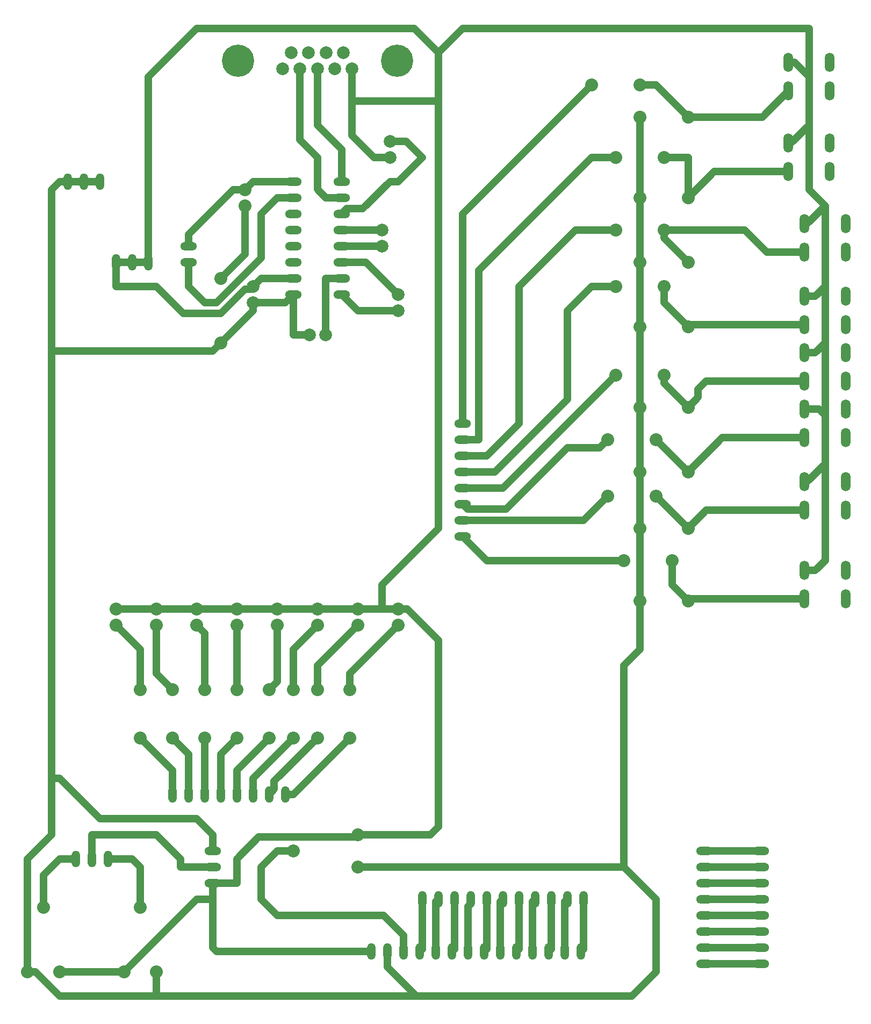
<source format=gbl>
G04 #@! TF.GenerationSoftware,KiCad,Pcbnew,(5.1.6)-1*
G04 #@! TF.CreationDate,2020-09-06T18:37:01-05:00*
G04 #@! TF.ProjectId,Minimum card system,4d696e69-6d75-46d2-9063-617264207379,rev?*
G04 #@! TF.SameCoordinates,Original*
G04 #@! TF.FileFunction,Copper,L2,Bot*
G04 #@! TF.FilePolarity,Positive*
%FSLAX46Y46*%
G04 Gerber Fmt 4.6, Leading zero omitted, Abs format (unit mm)*
G04 Created by KiCad (PCBNEW (5.1.6)-1) date 2020-09-06 18:37:01*
%MOMM*%
%LPD*%
G01*
G04 APERTURE LIST*
G04 #@! TA.AperFunction,ComponentPad*
%ADD10C,2.032000*%
G04 #@! TD*
G04 #@! TA.AperFunction,ComponentPad*
%ADD11C,5.080000*%
G04 #@! TD*
G04 #@! TA.AperFunction,ComponentPad*
%ADD12C,1.998980*%
G04 #@! TD*
G04 #@! TA.AperFunction,ComponentPad*
%ADD13O,2.641600X1.320800*%
G04 #@! TD*
G04 #@! TA.AperFunction,ComponentPad*
%ADD14O,1.506220X3.014980*%
G04 #@! TD*
G04 #@! TA.AperFunction,ComponentPad*
%ADD15O,1.320800X2.641600*%
G04 #@! TD*
G04 #@! TA.AperFunction,Conductor*
%ADD16C,1.200000*%
G04 #@! TD*
G04 APERTURE END LIST*
D10*
X130810000Y-50800000D03*
X138430000Y-50800000D03*
D11*
X100152200Y-46990000D03*
X75107800Y-46990000D03*
D12*
X91744800Y-45720000D03*
X89001600Y-45720000D03*
X86258400Y-45720000D03*
X83515200Y-45720000D03*
X93116400Y-48260000D03*
X90373200Y-48260000D03*
X87630000Y-48260000D03*
X84886800Y-48260000D03*
X82143600Y-48260000D03*
D13*
X83820000Y-83820000D03*
X83820000Y-81280000D03*
X83820000Y-78740000D03*
X83820000Y-76200000D03*
X83820000Y-73660000D03*
X83820000Y-71120000D03*
X83820000Y-68580000D03*
X83820000Y-66040000D03*
X91440000Y-66040000D03*
X91440000Y-68580000D03*
X91440000Y-71120000D03*
X91440000Y-73660000D03*
X91440000Y-76200000D03*
X91440000Y-78740000D03*
X91440000Y-81280000D03*
X91440000Y-83820000D03*
X71120000Y-176530000D03*
X71120000Y-173990000D03*
X71120000Y-171450000D03*
D14*
X168348660Y-51777900D03*
X161851340Y-51777900D03*
X168348660Y-47282100D03*
X161851340Y-47282100D03*
X168348660Y-64477900D03*
X161851340Y-64477900D03*
X168348660Y-59982100D03*
X161851340Y-59982100D03*
X170888660Y-77177900D03*
X164391340Y-77177900D03*
X170888660Y-72682100D03*
X164391340Y-72682100D03*
X170888660Y-88607900D03*
X164391340Y-88607900D03*
X170888660Y-84112100D03*
X164391340Y-84112100D03*
X170888660Y-97497900D03*
X164391340Y-97497900D03*
X170888660Y-93002100D03*
X164391340Y-93002100D03*
X170888660Y-106387900D03*
X164391340Y-106387900D03*
X170888660Y-101892100D03*
X164391340Y-101892100D03*
X170888660Y-117817900D03*
X164391340Y-117817900D03*
X170888660Y-113322100D03*
X164391340Y-113322100D03*
X170888660Y-131787900D03*
X164391340Y-131787900D03*
X170888660Y-127292100D03*
X164391340Y-127292100D03*
D10*
X62230000Y-190500000D03*
X59690000Y-180340000D03*
X57150000Y-190500000D03*
X46990000Y-190500000D03*
X44450000Y-180340000D03*
X41910000Y-190500000D03*
X93980000Y-168910000D03*
X83820000Y-171450000D03*
X93980000Y-173990000D03*
X72390000Y-81280000D03*
X72390000Y-91440000D03*
X146050000Y-55880000D03*
X138430000Y-55880000D03*
X146050000Y-68580000D03*
X138430000Y-68580000D03*
X146050000Y-78740000D03*
X138430000Y-78740000D03*
X146050000Y-88900000D03*
X138430000Y-88900000D03*
X146050000Y-101600000D03*
X138430000Y-101600000D03*
X146050000Y-111760000D03*
X138430000Y-111760000D03*
X146050000Y-120650000D03*
X138430000Y-120650000D03*
X146050000Y-132080000D03*
X138430000Y-132080000D03*
X134620000Y-62230000D03*
X142240000Y-62230000D03*
X134620000Y-73660000D03*
X142240000Y-73660000D03*
X134620000Y-82550000D03*
X142240000Y-82550000D03*
X134620000Y-96520000D03*
X142240000Y-96520000D03*
X133350000Y-106680000D03*
X140970000Y-106680000D03*
X133350000Y-115570000D03*
X140970000Y-115570000D03*
X135890000Y-125730000D03*
X143510000Y-125730000D03*
X92710000Y-153670000D03*
X92710000Y-146050000D03*
X87630000Y-153670000D03*
X87630000Y-146050000D03*
X83820000Y-153670000D03*
X83820000Y-146050000D03*
X80010000Y-153670000D03*
X80010000Y-146050000D03*
X74930000Y-153670000D03*
X74930000Y-146050000D03*
X69850000Y-153670000D03*
X69850000Y-146050000D03*
X64770000Y-153670000D03*
X64770000Y-146050000D03*
X59690000Y-153670000D03*
X59690000Y-146050000D03*
D13*
X67310000Y-76200000D03*
X67310000Y-78740000D03*
X110490000Y-104140000D03*
X110490000Y-106680000D03*
X110490000Y-109220000D03*
X110490000Y-111760000D03*
X110490000Y-114300000D03*
X110490000Y-116840000D03*
X110490000Y-119380000D03*
X110490000Y-121920000D03*
D15*
X82550000Y-162560000D03*
X80010000Y-162560000D03*
X77470000Y-162560000D03*
X74930000Y-162560000D03*
X72390000Y-162560000D03*
X69850000Y-162560000D03*
X67310000Y-162560000D03*
X64770000Y-162560000D03*
X54610000Y-172720000D03*
X52070000Y-172720000D03*
X49530000Y-172720000D03*
X129540000Y-179070000D03*
X127000000Y-179070000D03*
X124460000Y-179070000D03*
X121920000Y-179070000D03*
X119380000Y-179070000D03*
X116840000Y-179070000D03*
X114300000Y-179070000D03*
X111760000Y-179070000D03*
X109220000Y-179070000D03*
X106680000Y-179070000D03*
X104140000Y-179070000D03*
D13*
X157480000Y-189230000D03*
X157480000Y-186690000D03*
X157480000Y-184150000D03*
X157480000Y-181610000D03*
X157480000Y-179070000D03*
X157480000Y-176530000D03*
X157480000Y-173990000D03*
X157480000Y-171450000D03*
X148590000Y-189230000D03*
X148590000Y-186690000D03*
X148590000Y-184150000D03*
X148590000Y-181610000D03*
X148590000Y-179070000D03*
X148590000Y-176530000D03*
X148590000Y-173990000D03*
X148590000Y-171450000D03*
D15*
X129190000Y-187290000D03*
X126650000Y-187290000D03*
X124110000Y-187290000D03*
X121570000Y-187290000D03*
X119030000Y-187290000D03*
X116490000Y-187290000D03*
X113950000Y-187290000D03*
X111410000Y-187290000D03*
X108870000Y-187290000D03*
X106330000Y-187290000D03*
X103790000Y-187290000D03*
X101250000Y-187290000D03*
X98710000Y-187290000D03*
X96170000Y-187290000D03*
X55880000Y-78740000D03*
X58420000Y-78740000D03*
X60960000Y-78740000D03*
X53340000Y-66040000D03*
X50800000Y-66040000D03*
X48260000Y-66040000D03*
D10*
X76200000Y-69850000D03*
X76200000Y-67310000D03*
X100330000Y-135890000D03*
X100330000Y-133350000D03*
X93980000Y-135890000D03*
X93980000Y-133350000D03*
X87630000Y-135890000D03*
X87630000Y-133350000D03*
X81280000Y-135890000D03*
X81280000Y-133350000D03*
X74930000Y-135890000D03*
X74930000Y-133350000D03*
X68580000Y-135890000D03*
X68580000Y-133350000D03*
X62230000Y-135890000D03*
X62230000Y-133350000D03*
X55880000Y-135890000D03*
X55880000Y-133350000D03*
D12*
X77470000Y-85090000D03*
X77470000Y-82550000D03*
X99060000Y-59690000D03*
X99060000Y-62230000D03*
X88900000Y-90170000D03*
X86360000Y-90170000D03*
X97790000Y-76200000D03*
X97790000Y-73660000D03*
X100330000Y-86360000D03*
X100330000Y-83820000D03*
D16*
X93980000Y-86360000D02*
X91440000Y-83820000D01*
X100330000Y-86360000D02*
X93980000Y-86360000D01*
X95250000Y-78740000D02*
X100330000Y-83820000D01*
X91440000Y-78740000D02*
X95250000Y-78740000D01*
X91440000Y-76200000D02*
X97790000Y-76200000D01*
X91440000Y-73660000D02*
X97790000Y-73660000D01*
X91440000Y-81280000D02*
X88900000Y-81280000D01*
X88900000Y-81280000D02*
X88900000Y-90170000D01*
X86360000Y-90170000D02*
X83820000Y-90170000D01*
X83820000Y-90170000D02*
X83820000Y-83820000D01*
X82550000Y-85090000D02*
X77470000Y-85090000D01*
X83820000Y-83820000D02*
X82550000Y-85090000D01*
X77470000Y-86360000D02*
X72390000Y-91440000D01*
X77470000Y-85090000D02*
X77470000Y-86360000D01*
X138430000Y-55880000D02*
X138430000Y-68580000D01*
X138430000Y-68580000D02*
X138430000Y-78740000D01*
X138430000Y-78740000D02*
X138430000Y-88900000D01*
X138430000Y-100330000D02*
X138430000Y-88900000D01*
X138430000Y-111760000D02*
X138430000Y-101600000D01*
X138430000Y-111760000D02*
X138430000Y-132080000D01*
X93980000Y-173990000D02*
X135890000Y-173990000D01*
X135890000Y-173990000D02*
X140970000Y-179070000D01*
X140970000Y-179070000D02*
X140970000Y-190500000D01*
X140970000Y-190500000D02*
X137160000Y-194310000D01*
X98710000Y-189810800D02*
X98710000Y-187290000D01*
X103209200Y-194310000D02*
X98710000Y-189810800D01*
X137160000Y-194310000D02*
X103209200Y-194310000D01*
X43180000Y-190500000D02*
X41910000Y-190500000D01*
X46990000Y-194310000D02*
X43180000Y-190500000D01*
X48260000Y-66040000D02*
X46990000Y-66040000D01*
X46990000Y-66040000D02*
X45720000Y-67310000D01*
X41910000Y-172720000D02*
X41910000Y-190500000D01*
X45720000Y-168910000D02*
X41910000Y-172720000D01*
X71120000Y-92710000D02*
X72390000Y-91440000D01*
X45720000Y-67310000D02*
X45720000Y-92710000D01*
X64770000Y-92710000D02*
X71120000Y-92710000D01*
X45720000Y-92710000D02*
X64770000Y-92710000D01*
X135890000Y-173990000D02*
X135890000Y-142240000D01*
X138430000Y-139700000D02*
X138430000Y-132080000D01*
X135890000Y-142240000D02*
X138430000Y-139700000D01*
X71120000Y-171450000D02*
X71120000Y-168910000D01*
X71120000Y-168910000D02*
X68580000Y-166370000D01*
X68580000Y-166370000D02*
X53340000Y-166370000D01*
X46990000Y-160020000D02*
X45720000Y-160020000D01*
X53340000Y-166370000D02*
X46990000Y-160020000D01*
X45720000Y-92710000D02*
X45720000Y-160020000D01*
X45720000Y-160020000D02*
X45720000Y-168910000D01*
X62230000Y-190500000D02*
X62230000Y-194310000D01*
X103209200Y-194310000D02*
X62230000Y-194310000D01*
X62230000Y-194310000D02*
X46990000Y-194310000D01*
X48260000Y-66040000D02*
X53340000Y-66040000D01*
X138430000Y-100330000D02*
X138430000Y-101600000D01*
X92211590Y-70348410D02*
X94751590Y-70348410D01*
X91440000Y-71120000D02*
X92211590Y-70348410D01*
X94751590Y-70348410D02*
X99060000Y-66040000D01*
X99060000Y-66040000D02*
X100330000Y-66040000D01*
X100330000Y-66040000D02*
X104140000Y-62230000D01*
X101600000Y-59690000D02*
X99060000Y-59690000D01*
X104140000Y-62230000D02*
X101600000Y-59690000D01*
X96170000Y-187290000D02*
X71720000Y-187290000D01*
X71720000Y-187290000D02*
X71120000Y-186690000D01*
X71120000Y-176530000D02*
X74930000Y-176530000D01*
X74930000Y-176530000D02*
X74930000Y-172720000D01*
X78324001Y-169325999D02*
X93564001Y-169325999D01*
X93564001Y-169325999D02*
X93980000Y-168910000D01*
X74930000Y-172720000D02*
X78324001Y-169325999D01*
X71120000Y-179070000D02*
X68580000Y-179070000D01*
X71120000Y-179070000D02*
X71120000Y-176530000D01*
X68580000Y-179070000D02*
X57150000Y-190500000D01*
X71120000Y-186690000D02*
X71120000Y-179070000D01*
X46990000Y-190500000D02*
X57150000Y-190500000D01*
X93980000Y-168910000D02*
X105410000Y-168910000D01*
X105410000Y-168910000D02*
X106680000Y-167640000D01*
X101766840Y-133350000D02*
X100330000Y-133350000D01*
X106680000Y-138263160D02*
X101766840Y-133350000D01*
X106680000Y-167640000D02*
X106680000Y-138263160D01*
X78740000Y-81280000D02*
X77470000Y-82550000D01*
X83820000Y-81280000D02*
X78740000Y-81280000D01*
X72431002Y-86798010D02*
X66478010Y-86798010D01*
X76246503Y-82982509D02*
X72431002Y-86798010D01*
X77470000Y-82550000D02*
X77037491Y-82982509D01*
X77037491Y-82982509D02*
X76246503Y-82982509D01*
X66478010Y-86798010D02*
X62230000Y-82550000D01*
X62230000Y-82550000D02*
X55880000Y-82550000D01*
X55880000Y-82550000D02*
X55880000Y-78740000D01*
X97790000Y-133350000D02*
X97790000Y-129540000D01*
X97790000Y-133350000D02*
X55880000Y-133350000D01*
X100330000Y-133350000D02*
X97790000Y-133350000D01*
X97790000Y-129540000D02*
X106680000Y-120650000D01*
X106680000Y-45720000D02*
X102870000Y-41910000D01*
X102870000Y-41910000D02*
X68580000Y-41910000D01*
X60960000Y-49530000D02*
X60960000Y-78740000D01*
X68580000Y-41910000D02*
X60960000Y-49530000D01*
X106680000Y-45720000D02*
X110490000Y-41910000D01*
X110490000Y-41910000D02*
X165100000Y-41910000D01*
X165100000Y-67310000D02*
X167640000Y-69850000D01*
X166077900Y-127292100D02*
X164391340Y-127292100D01*
X167640000Y-125730000D02*
X166077900Y-127292100D01*
X162852100Y-47282100D02*
X165100000Y-49530000D01*
X161851340Y-47282100D02*
X162852100Y-47282100D01*
X165100000Y-41910000D02*
X165100000Y-49530000D01*
X162267900Y-59982100D02*
X165100000Y-57150000D01*
X165100000Y-49530000D02*
X165100000Y-57150000D01*
X161851340Y-59982100D02*
X162267900Y-59982100D01*
X165100000Y-57150000D02*
X165100000Y-67310000D01*
X164807900Y-72682100D02*
X167640000Y-69850000D01*
X164391340Y-72682100D02*
X164807900Y-72682100D01*
X164391340Y-84112100D02*
X166077900Y-84112100D01*
X167640000Y-69850000D02*
X167640000Y-82550000D01*
X166077900Y-84112100D02*
X167640000Y-82550000D01*
X164391340Y-93002100D02*
X166077900Y-93002100D01*
X167640000Y-82550000D02*
X167640000Y-92710000D01*
X166077900Y-93002100D02*
X167640000Y-91440000D01*
X164391340Y-101892100D02*
X166662100Y-101892100D01*
X167640000Y-91440000D02*
X167640000Y-101600000D01*
X166662100Y-101892100D02*
X167640000Y-102870000D01*
X164807900Y-113322100D02*
X167640000Y-110490000D01*
X164391340Y-113322100D02*
X164807900Y-113322100D01*
X167640000Y-102870000D02*
X167640000Y-110490000D01*
X167640000Y-110490000D02*
X167640000Y-125730000D01*
X93116400Y-48260000D02*
X93116400Y-53746400D01*
X106680000Y-120650000D02*
X106680000Y-53340000D01*
X93522800Y-53340000D02*
X106680000Y-53340000D01*
X93116400Y-53746400D02*
X93522800Y-53340000D01*
X106680000Y-53340000D02*
X106680000Y-45720000D01*
X93116400Y-53746400D02*
X93116400Y-58826400D01*
X96520000Y-62230000D02*
X99060000Y-62230000D01*
X93116400Y-58826400D02*
X96520000Y-62230000D01*
X55880000Y-78740000D02*
X60960000Y-78740000D01*
X167640000Y-101600000D02*
X167640000Y-102870000D01*
X59690000Y-139700000D02*
X55880000Y-135890000D01*
X59690000Y-146050000D02*
X59690000Y-139700000D01*
X62230000Y-143510000D02*
X64770000Y-146050000D01*
X62230000Y-135890000D02*
X62230000Y-143510000D01*
X69850000Y-137160000D02*
X68580000Y-135890000D01*
X69850000Y-146050000D02*
X69850000Y-137160000D01*
X74930000Y-135890000D02*
X74930000Y-146050000D01*
X81280000Y-144780000D02*
X80010000Y-146050000D01*
X81280000Y-135890000D02*
X81280000Y-144780000D01*
X83820000Y-139700000D02*
X87630000Y-135890000D01*
X83820000Y-146050000D02*
X83820000Y-139700000D01*
X87630000Y-142240000D02*
X93980000Y-135890000D01*
X87630000Y-146050000D02*
X87630000Y-142240000D01*
X92710000Y-143510000D02*
X100330000Y-135890000D01*
X92710000Y-146050000D02*
X92710000Y-143510000D01*
X76200000Y-77470000D02*
X72390000Y-81280000D01*
X76200000Y-69850000D02*
X76200000Y-77470000D01*
X77470000Y-66040000D02*
X76200000Y-67310000D01*
X83820000Y-66040000D02*
X77470000Y-66040000D01*
X74339600Y-67310000D02*
X76200000Y-67310000D01*
X67310000Y-74339600D02*
X74339600Y-67310000D01*
X67310000Y-76200000D02*
X67310000Y-74339600D01*
X129540000Y-186940000D02*
X129190000Y-187290000D01*
X129540000Y-179070000D02*
X129540000Y-186940000D01*
X126650000Y-179420000D02*
X127000000Y-179070000D01*
X126650000Y-187290000D02*
X126650000Y-179420000D01*
X124460000Y-186940000D02*
X124110000Y-187290000D01*
X124460000Y-179070000D02*
X124460000Y-186940000D01*
X121570000Y-179420000D02*
X121920000Y-179070000D01*
X121570000Y-187290000D02*
X121570000Y-179420000D01*
X119380000Y-186940000D02*
X119030000Y-187290000D01*
X119380000Y-179070000D02*
X119380000Y-186940000D01*
X116490000Y-179420000D02*
X116840000Y-179070000D01*
X116490000Y-187290000D02*
X116490000Y-179420000D01*
X114300000Y-186940000D02*
X113950000Y-187290000D01*
X114300000Y-179070000D02*
X114300000Y-186940000D01*
X111410000Y-187290000D02*
X111410000Y-180191590D01*
X111760000Y-179841590D02*
X111760000Y-179070000D01*
X111410000Y-180191590D02*
X111760000Y-179841590D01*
X109220000Y-186940000D02*
X108870000Y-187290000D01*
X109220000Y-179070000D02*
X109220000Y-186940000D01*
X106330000Y-179420000D02*
X106680000Y-179070000D01*
X106330000Y-187290000D02*
X106330000Y-179420000D01*
X104140000Y-186940000D02*
X103790000Y-187290000D01*
X104140000Y-179070000D02*
X104140000Y-186940000D01*
X101250000Y-184769200D02*
X98090800Y-181610000D01*
X101250000Y-187290000D02*
X101250000Y-184769200D01*
X98090800Y-181610000D02*
X81280000Y-181610000D01*
X81280000Y-181610000D02*
X78740000Y-179070000D01*
X78740000Y-179070000D02*
X78740000Y-173990000D01*
X78740000Y-173990000D02*
X81280000Y-171450000D01*
X81280000Y-171450000D02*
X83820000Y-171450000D01*
X157480000Y-189230000D02*
X148590000Y-189230000D01*
X148590000Y-186690000D02*
X157480000Y-186690000D01*
X157480000Y-184150000D02*
X148590000Y-184150000D01*
X148590000Y-181610000D02*
X157480000Y-181610000D01*
X157480000Y-179070000D02*
X148590000Y-179070000D01*
X148590000Y-176530000D02*
X157480000Y-176530000D01*
X157480000Y-173990000D02*
X148590000Y-173990000D01*
X148590000Y-171450000D02*
X157480000Y-171450000D01*
X59690000Y-173990000D02*
X59690000Y-180340000D01*
X54610000Y-172720000D02*
X58420000Y-172720000D01*
X58420000Y-172720000D02*
X59690000Y-173990000D01*
X52070000Y-172720000D02*
X52070000Y-168910000D01*
X52070000Y-168910000D02*
X62230000Y-168910000D01*
X62230000Y-168910000D02*
X66040000Y-172720000D01*
X66040000Y-172720000D02*
X66040000Y-173990000D01*
X66040000Y-173990000D02*
X71120000Y-173990000D01*
X44450000Y-180340000D02*
X44450000Y-175260000D01*
X46990000Y-172720000D02*
X49530000Y-172720000D01*
X44450000Y-175260000D02*
X46990000Y-172720000D01*
X83820000Y-162560000D02*
X92710000Y-153670000D01*
X82550000Y-162560000D02*
X83820000Y-162560000D01*
X80781590Y-160518410D02*
X87630000Y-153670000D01*
X80781590Y-161788410D02*
X80781590Y-160518410D01*
X80010000Y-162560000D02*
X80781590Y-161788410D01*
X77470000Y-160020000D02*
X83820000Y-153670000D01*
X77470000Y-162560000D02*
X77470000Y-160020000D01*
X74930000Y-162560000D02*
X74930000Y-158750000D01*
X74930000Y-158750000D02*
X80010000Y-153670000D01*
X72390000Y-156210000D02*
X72390000Y-162560000D01*
X74930000Y-153670000D02*
X72390000Y-156210000D01*
X69850000Y-162560000D02*
X69850000Y-153670000D01*
X67310000Y-156210000D02*
X64770000Y-153670000D01*
X67310000Y-162560000D02*
X67310000Y-156210000D01*
X64770000Y-158750000D02*
X59690000Y-153670000D01*
X64770000Y-162560000D02*
X64770000Y-158750000D01*
X110490000Y-71120000D02*
X130810000Y-50800000D01*
X110490000Y-104140000D02*
X110490000Y-71120000D01*
X110490000Y-106680000D02*
X113010800Y-106680000D01*
X113030000Y-80010000D02*
X130810000Y-62230000D01*
X110490000Y-106680000D02*
X113030000Y-106680000D01*
X130810000Y-62230000D02*
X134620000Y-62230000D01*
X113030000Y-106680000D02*
X113030000Y-80010000D01*
X110490000Y-109220000D02*
X114300000Y-109220000D01*
X114300000Y-109220000D02*
X119380000Y-104140000D01*
X119380000Y-104140000D02*
X119380000Y-82550000D01*
X128270000Y-73660000D02*
X134620000Y-73660000D01*
X119380000Y-82550000D02*
X128270000Y-73660000D01*
X130810000Y-82550000D02*
X134620000Y-82550000D01*
X127000000Y-100330000D02*
X127000000Y-86360000D01*
X127000000Y-86360000D02*
X130810000Y-82550000D01*
X110490000Y-111760000D02*
X115570000Y-111760000D01*
X115570000Y-111760000D02*
X127000000Y-100330000D01*
X110490000Y-114300000D02*
X116840000Y-114300000D01*
X116840000Y-114300000D02*
X130810000Y-100330000D01*
X130810000Y-100330000D02*
X134620000Y-96520000D01*
X111261590Y-117611590D02*
X117338410Y-117611590D01*
X110490000Y-116840000D02*
X111261590Y-117611590D01*
X117338410Y-117611590D02*
X127000000Y-107950000D01*
X132080000Y-107950000D02*
X133350000Y-106680000D01*
X127000000Y-107950000D02*
X132080000Y-107950000D01*
X129540000Y-119380000D02*
X133350000Y-115570000D01*
X110490000Y-119380000D02*
X129540000Y-119380000D01*
X114300000Y-125730000D02*
X110490000Y-121920000D01*
X135890000Y-125730000D02*
X114300000Y-125730000D01*
X81299200Y-68580000D02*
X83820000Y-68580000D01*
X78740000Y-71139200D02*
X81299200Y-68580000D01*
X67310000Y-78740000D02*
X67310000Y-82550000D01*
X67310000Y-82550000D02*
X69850000Y-85090000D01*
X69850000Y-85090000D02*
X71723522Y-85090000D01*
X78740000Y-78073522D02*
X78740000Y-71139200D01*
X71723522Y-85090000D02*
X78740000Y-78073522D01*
X143510000Y-129540000D02*
X146050000Y-132080000D01*
X143510000Y-125730000D02*
X143510000Y-129540000D01*
X146342100Y-131787900D02*
X146050000Y-132080000D01*
X164391340Y-131787900D02*
X146342100Y-131787900D01*
X140970000Y-115570000D02*
X146050000Y-120650000D01*
X148882100Y-117817900D02*
X146050000Y-120650000D01*
X164391340Y-117817900D02*
X148882100Y-117817900D01*
X140970000Y-106680000D02*
X146050000Y-111760000D01*
X151422100Y-106387900D02*
X146050000Y-111760000D01*
X164391340Y-106387900D02*
X151422100Y-106387900D01*
X142240000Y-97790000D02*
X146050000Y-101600000D01*
X142240000Y-96520000D02*
X142240000Y-97790000D01*
X147612100Y-100037900D02*
X146050000Y-101600000D01*
X147612100Y-98767900D02*
X147612100Y-100037900D01*
X148882100Y-97497900D02*
X147612100Y-98767900D01*
X164391340Y-97497900D02*
X148882100Y-97497900D01*
X142240000Y-85090000D02*
X146050000Y-88900000D01*
X142240000Y-82550000D02*
X142240000Y-85090000D01*
X146342100Y-88607900D02*
X146050000Y-88900000D01*
X164391340Y-88607900D02*
X146342100Y-88607900D01*
X142240000Y-73660000D02*
X154940000Y-73660000D01*
X158457900Y-77177900D02*
X164391340Y-77177900D01*
X154940000Y-73660000D02*
X158457900Y-77177900D01*
X142240000Y-74930000D02*
X146050000Y-78740000D01*
X142240000Y-73660000D02*
X142240000Y-74930000D01*
X150152100Y-64477900D02*
X146050000Y-68580000D01*
X161851340Y-64477900D02*
X150152100Y-64477900D01*
X146050000Y-62230000D02*
X146050000Y-68580000D01*
X142240000Y-62230000D02*
X146050000Y-62230000D01*
X140970000Y-50800000D02*
X146050000Y-55880000D01*
X138430000Y-50800000D02*
X140970000Y-50800000D01*
X157749240Y-55880000D02*
X161851340Y-51777900D01*
X146050000Y-55880000D02*
X157749240Y-55880000D01*
X91440000Y-66040000D02*
X91440000Y-60960000D01*
X91440000Y-60960000D02*
X87630000Y-57150000D01*
X87630000Y-57150000D02*
X87630000Y-48260000D01*
X84886800Y-48260000D02*
X84886800Y-59486800D01*
X84886800Y-59486800D02*
X87630000Y-62230000D01*
X88919200Y-68580000D02*
X91440000Y-68580000D01*
X87630000Y-67290800D02*
X88919200Y-68580000D01*
X87630000Y-62230000D02*
X87630000Y-67290800D01*
M02*

</source>
